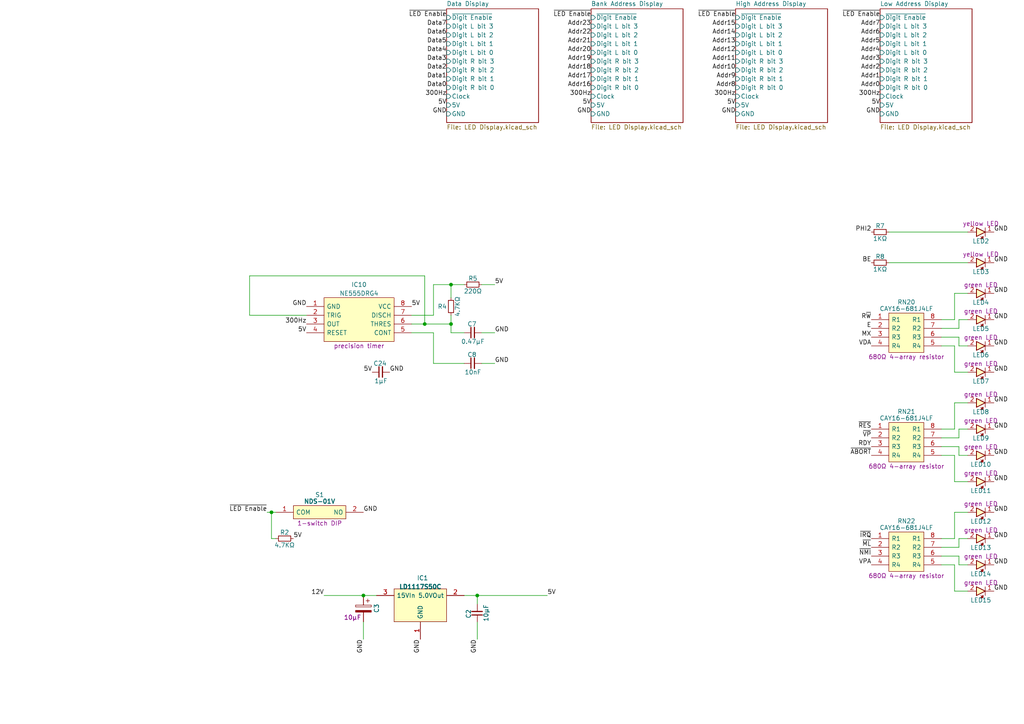
<source format=kicad_sch>
(kicad_sch (version 20230121) (generator eeschema)
  (paper "A4")
  (lib_symbols
    (symbol "Apem:NDS-01V" (pin_names (offset 0.762))
      (property "Reference" "S" (at 12.7 5.08 0))
      (property "Value" "NDS-01V" (at 12.7 3.175 0))
      (property "Description" "1-switch DIP" (at 12.7 -3.175 0))
      (symbol "NDS-01V_0_0"
        (pin passive line (at 0 0 0) (length 5.08) (name "COM") (number "1"))
        (pin passive line (at 25.4 0 180) (length 5.08) (name "NO") (number "2"))
      )
      (symbol "NDS-01V_0_1"
        (polyline (pts (xy 5.08 1.905) (xy 20.32 1.905) (xy 20.32 -1.905) (xy 5.08 -1.905) (xy 5.08 1.905)) (stroke (width 0.1524)) (fill (type background)))
      )
    )
    (symbol "Bourns:CAY16-681J4LF" (pin_names (offset 0.762))
      (property "Reference" "RN" (at 10.16 5.08 0))
      (property "Value" "CAY16-681J4LF" (at 10.16 3.175 0))
      (property "Description" "680Ω 4-array resistor" (at 10.16 -10.795 0))
      (symbol "CAY16-681J4LF_0_0"
        (pin passive line (at 0 0 0) (length 5.08) (name "R1") (number "1"))
        (pin passive line (at 0 -2.54 0) (length 5.08) (name "R2") (number "2"))
        (pin passive line (at 0 -5.08 0) (length 5.08) (name "R3") (number "3"))
        (pin passive line (at 0 -7.62 0) (length 5.08) (name "R4") (number "4"))
        (pin passive line (at 20.32 -7.62 180) (length 5.08) (name "R4") (number "5"))
        (pin passive line (at 20.32 -5.08 180) (length 5.08) (name "R3") (number "6"))
        (pin passive line (at 20.32 -2.54 180) (length 5.08) (name "R2") (number "7"))
        (pin passive line (at 20.32 0 180) (length 5.08) (name "R1") (number "8"))
      )
      (symbol "CAY16-681J4LF_0_1"
        (polyline (pts (xy 5.08 1.905) (xy 15.24 1.905) (xy 15.24 -9.525) (xy 5.08 -9.525) (xy 5.08 1.905)) (stroke (width 0.1524)) (fill (type background)))
      )
    )
    (symbol "C_0805_1" (pin_numbers hide) (pin_names (offset 0.254) hide)
      (property "Reference" "C" (at 2.286 2.54 0))
      (property "Value" "?μF" (at 2.54 -2.54 0))
      (symbol "C_0805_1_0_1"
        (polyline (pts (xy 1.9685 -1.4605) (xy 1.9685 1.5875)) (stroke (width 0.3048)))
        (polyline (pts (xy 2.9845 -1.4605) (xy 2.9845 1.5875)) (stroke (width 0.3302)))
      )
      (symbol "C_0805_1_1_1"
        (pin passive line (at 0 0 0) (length 2.032) (name "~") (number "1"))
        (pin passive line (at 5.08 0 180) (length 2.032) (name "~") (number "2"))
      )
    )
    (symbol "C_0805_2" (pin_numbers hide) (pin_names (offset 0.254) hide)
      (property "Reference" "C" (at 2.286 2.54 0))
      (property "Value" "?μF" (at 2.54 -2.54 0))
      (symbol "C_0805_2_0_1"
        (polyline (pts (xy 1.9685 -1.4605) (xy 1.9685 1.5875)) (stroke (width 0.3048)))
        (polyline (pts (xy 2.9845 -1.4605) (xy 2.9845 1.5875)) (stroke (width 0.3302)))
      )
      (symbol "C_0805_2_1_1"
        (pin passive line (at 0 0 0) (length 2.032) (name "~") (number "1"))
        (pin passive line (at 5.08 0 180) (length 2.032) (name "~") (number "2"))
      )
    )
    (symbol "C_0805_3" (pin_numbers hide) (pin_names (offset 0.254) hide)
      (property "Reference" "C" (at 2.286 2.54 0))
      (property "Value" "?μF" (at 2.54 -2.54 0))
      (symbol "C_0805_3_0_1"
        (polyline (pts (xy 1.9685 -1.4605) (xy 1.9685 1.5875)) (stroke (width 0.3048)))
        (polyline (pts (xy 2.9845 -1.4605) (xy 2.9845 1.5875)) (stroke (width 0.3302)))
      )
      (symbol "C_0805_3_1_1"
        (pin passive line (at 0 0 0) (length 2.032) (name "~") (number "1"))
        (pin passive line (at 5.08 0 180) (length 2.032) (name "~") (number "2"))
      )
    )
    (symbol "C_0805_4" (pin_numbers hide) (pin_names (offset 0.254) hide)
      (property "Reference" "C" (at 2.286 2.54 0))
      (property "Value" "?μF" (at 2.54 -2.54 0))
      (symbol "C_0805_4_0_1"
        (polyline (pts (xy 1.9685 -1.4605) (xy 1.9685 1.5875)) (stroke (width 0.3048)))
        (polyline (pts (xy 2.9845 -1.4605) (xy 2.9845 1.5875)) (stroke (width 0.3302)))
      )
      (symbol "C_0805_4_1_1"
        (pin passive line (at 0 0 0) (length 2.032) (name "~") (number "1"))
        (pin passive line (at 5.08 0 180) (length 2.032) (name "~") (number "2"))
      )
    )
    (symbol "Connector:Conn_01x01_Pin" (pin_names (offset 1.016) hide)
      (property "Reference" "J" (at 0 2.54 0))
      (property "Value" "Conn_01x01_Pin" (at 0 -2.54 0))
      (symbol "Conn_01x01_Pin_1_1"
        (polyline (pts (xy 1.27 0) (xy 0.8636 0)) (stroke (width 0.1524)))
        (rectangle (start 0.8636 0.127) (end 0 -0.127) (stroke (width 0.1524)) (fill (type outline)))
        (pin passive line (at 5.08 0 180) (length 3.81) (name "Pin_1") (number "1"))
      )
    )
    (symbol "Connector:Conn_01x08_Pin" (pin_names (offset 1.016) hide)
      (property "Reference" "J" (at 0 10.16 0))
      (property "Value" "Conn_01x08_Pin" (at 0 -12.7 0))
      (symbol "Conn_01x08_Pin_1_1"
        (polyline (pts (xy 1.27 -10.16) (xy 0.8636 -10.16)) (stroke (width 0.1524)))
        (polyline (pts (xy 1.27 -7.62) (xy 0.8636 -7.62)) (stroke (width 0.1524)))
        (polyline (pts (xy 1.27 -5.08) (xy 0.8636 -5.08)) (stroke (width 0.1524)))
        (polyline (pts (xy 1.27 -2.54) (xy 0.8636 -2.54)) (stroke (width 0.1524)))
        (polyline (pts (xy 1.27 0) (xy 0.8636 0)) (stroke (width 0.1524)))
        (polyline (pts (xy 1.27 2.54) (xy 0.8636 2.54)) (stroke (width 0.1524)))
        (polyline (pts (xy 1.27 5.08) (xy 0.8636 5.08)) (stroke (width 0.1524)))
        (polyline (pts (xy 1.27 7.62) (xy 0.8636 7.62)) (stroke (width 0.1524)))
        (rectangle (start 0.8636 -10.033) (end 0 -10.287) (stroke (width 0.1524)) (fill (type outline)))
        (rectangle (start 0.8636 -7.493) (end 0 -7.747) (stroke (width 0.1524)) (fill (type outline)))
        (rectangle (start 0.8636 -4.953) (end 0 -5.207) (stroke (width 0.1524)) (fill (type outline)))
        (rectangle (start 0.8636 -2.413) (end 0 -2.667) (stroke (width 0.1524)) (fill (type outline)))
        (rectangle (start 0.8636 0.127) (end 0 -0.127) (stroke (width 0.1524)) (fill (type outline)))
        (rectangle (start 0.8636 2.667) (end 0 2.413) (stroke (width 0.1524)) (fill (type outline)))
        (rectangle (start 0.8636 5.207) (end 0 4.953) (stroke (width 0.1524)) (fill (type outline)))
        (rectangle (start 0.8636 7.747) (end 0 7.493) (stroke (width 0.1524)) (fill (type outline)))
        (pin passive line (at 5.08 7.62 180) (length 3.81) (name "Pin_1") (number "1"))
        (pin passive line (at 5.08 5.08 180) (length 3.81) (name "Pin_2") (number "2"))
        (pin passive line (at 5.08 2.54 180) (length 3.81) (name "Pin_3") (number "3"))
        (pin passive line (at 5.08 0 180) (length 3.81) (name "Pin_4") (number "4"))
        (pin passive line (at 5.08 -2.54 180) (length 3.81) (name "Pin_5") (number "5"))
        (pin passive line (at 5.08 -5.08 180) (length 3.81) (name "Pin_6") (number "6"))
        (pin passive line (at 5.08 -7.62 180) (length 3.81) (name "Pin_7") (number "7"))
        (pin passive line (at 5.08 -10.16 180) (length 3.81) (name "Pin_8") (number "8"))
      )
    )
    (symbol "Connector:Conn_01x14_Pin" (pin_names (offset 1.016) hide)
      (property "Reference" "J" (at 0 17.78 0))
      (property "Value" "Conn_01x14_Pin" (at 0 -20.32 0))
      (symbol "Conn_01x14_Pin_1_1"
        (polyline (pts (xy 1.27 -17.78) (xy 0.8636 -17.78)) (stroke (width 0.1524)))
        (polyline (pts (xy 1.27 -15.24) (xy 0.8636 -15.24)) (stroke (width 0.1524)))
        (polyline (pts (xy 1.27 -12.7) (xy 0.8636 -12.7)) (stroke (width 0.1524)))
        (polyline (pts (xy 1.27 -10.16) (xy 0.8636 -10.16)) (stroke (width 0.1524)))
        (polyline (pts (xy 1.27 -7.62) (xy 0.8636 -7.62)) (stroke (width 0.1524)))
        (polyline (pts (xy 1.27 -5.08) (xy 0.8636 -5.08)) (stroke (width 0.1524)))
        (polyline (pts (xy 1.27 -2.54) (xy 0.8636 -2.54)) (stroke (width 0.1524)))
        (polyline (pts (xy 1.27 0) (xy 0.8636 0)) (stroke (width 0.1524)))
        (polyline (pts (xy 1.27 2.54) (xy 0.8636 2.54)) (stroke (width 0.1524)))
        (polyline (pts (xy 1.27 5.08) (xy 0.8636 5.08)) (stroke (width 0.1524)))
        (polyline (pts (xy 1.27 7.62) (xy 0.8636 7.62)) (stroke (width 0.1524)))
        (polyline (pts (xy 1.27 10.16) (xy 0.8636 10.16)) (stroke (width 0.1524)))
        (polyline (pts (xy 1.27 12.7) (xy 0.8636 12.7)) (stroke (width 0.1524)))
        (polyline (pts (xy 1.27 15.24) (xy 0.8636 15.24)) (stroke (width 0.1524)))
        (rectangle (start 0.8636 -17.653) (end 0 -17.907) (stroke (width 0.1524)) (fill (type outline)))
        (rectangle (start 0.8636 -15.113) (end 0 -15.367) (stroke (width 0.1524)) (fill (type outline)))
        (rectangle (start 0.8636 -12.573) (end 0 -12.827) (stroke (width 0.1524)) (fill (type outline)))
        (rectangle (start 0.8636 -10.033) (end 0 -10.287) (stroke (width 0.1524)) (fill (type outline)))
        (rectangle (start 0.8636 -7.493) (end 0 -7.747) (stroke (width 0.1524)) (fill (type outline)))
        (rectangle (start 0.8636 -4.953) (end 0 -5.207) (stroke (width 0.1524)) (fill (type outline)))
        (rectangle (start 0.8636 -2.413) (end 0 -2.667) (stroke (width 0.1524)) (fill (type outline)))
        (rectangle (start 0.8636 0.127) (end 0 -0.127) (stroke (width 0.1524)) (fill (type outline)))
        (rectangle (start 0.8636 2.667) (end 0 2.413) (stroke (width 0.1524)) (fill (type outline)))
        (rectangle (start 0.8636 5.207) (end 0 4.953) (stroke (width 0.1524)) (fill (type outline)))
        (rectangle (start 0.8636 7.747) (end 0 7.493) (stroke (width 0.1524)) (fill (type outline)))
        (rectangle (start 0.8636 10.287) (end 0 10.033) (stroke (width 0.1524)) (fill (type outline)))
        (rectangle (start 0.8636 12.827) (end 0 12.573) (stroke (width 0.1524)) (fill (type outline)))
        (rectangle (start 0.8636 15.367) (end 0 15.113) (stroke (width 0.1524)) (fill (type outline)))
        (pin passive line (at 5.08 15.24 180) (length 3.81) (name "Pin_1") (number "1"))
        (pin passive line (at 5.08 -7.62 180) (length 3.81) (name "Pin_10") (number "10"))
        (pin passive line (at 5.08 -10.16 180) (length 3.81) (name "Pin_11") (number "11"))
        (pin passive line (at 5.08 -12.7 180) (length 3.81) (name "Pin_12") (number "12"))
        (pin passive line (at 5.08 -15.24 180) (length 3.81) (name "Pin_13") (number "13"))
        (pin passive line (at 5.08 -17.78 180) (length 3.81) (name "Pin_14") (number "14"))
        (pin passive line (at 5.08 12.7 180) (length 3.81) (name "Pin_2") (number "2"))
        (pin passive line (at 5.08 10.16 180) (length 3.81) (name "Pin_3") (number "3"))
        (pin passive line (at 5.08 7.62 180) (length 3.81) (name "Pin_4") (number "4"))
        (pin passive line (at 5.08 5.08 180) (length 3.81) (name "Pin_5") (number "5"))
        (pin passive line (at 5.08 2.54 180) (length 3.81) (name "Pin_6") (number "6"))
        (pin passive line (at 5.08 0 180) (length 3.81) (name "Pin_7") (number "7"))
        (pin passive line (at 5.08 -2.54 180) (length 3.81) (name "Pin_8") (number "8"))
        (pin passive line (at 5.08 -5.08 180) (length 3.81) (name "Pin_9") (number "9"))
      )
    )
    (symbol "Connector:Conn_01x24_Pin" (pin_names (offset 1.016) hide)
      (property "Reference" "J" (at 0 30.48 0))
      (property "Value" "Conn_01x24_Pin" (at 0 -33.02 0))
      (symbol "Conn_01x24_Pin_1_1"
        (polyline (pts (xy 1.27 -30.48) (xy 0.8636 -30.48)) (stroke (width 0.1524)))
        (polyline (pts (xy 1.27 -27.94) (xy 0.8636 -27.94)) (stroke (width 0.1524)))
        (polyline (pts (xy 1.27 -25.4) (xy 0.8636 -25.4)) (stroke (width 0.1524)))
        (polyline (pts (xy 1.27 -22.86) (xy 0.8636 -22.86)) (stroke (width 0.1524)))
        (polyline (pts (xy 1.27 -20.32) (xy 0.8636 -20.32)) (stroke (width 0.1524)))
        (polyline (pts (xy 1.27 -17.78) (xy 0.8636 -17.78)) (stroke (width 0.1524)))
        (polyline (pts (xy 1.27 -15.24) (xy 0.8636 -15.24)) (stroke (width 0.1524)))
        (polyline (pts (xy 1.27 -12.7) (xy 0.8636 -12.7)) (stroke (width 0.1524)))
        (polyline (pts (xy 1.27 -10.16) (xy 0.8636 -10.16)) (stroke (width 0.1524)))
        (polyline (pts (xy 1.27 -7.62) (xy 0.8636 -7.62)) (stroke (width 0.1524)))
        (polyline (pts (xy 1.27 -5.08) (xy 0.8636 -5.08)) (stroke (width 0.1524)))
        (polyline (pts (xy 1.27 -2.54) (xy 0.8636 -2.54)) (stroke (width 0.1524)))
        (polyline (pts (xy 1.27 0) (xy 0.8636 0)) (stroke (width 0.1524)))
        (polyline (pts (xy 1.27 2.54) (xy 0.8636 2.54)) (stroke (width 0.1524)))
        (polyline (pts (xy 1.27 5.08) (xy 0.8636 5.08)) (stroke (width 0.1524)))
        (polyline (pts (xy 1.27 7.62) (xy 0.8636 7.62)) (stroke (width 0.1524)))
        (polyline (pts (xy 1.27 10.16) (xy 0.8636 10.16)) (stroke (width 0.1524)))
        (polyline (pts (xy 1.27 12.7) (xy 0.8636 12.7)) (stroke (width 0.1524)))
        (polyline (pts (xy 1.27 15.24) (xy 0.8636 15.24)) (stroke (width 0.1524)))
        (polyline (pts (xy 1.27 17.78) (xy 0.8636 17.78)) (stroke (width 0.1524)))
        (polyline (pts (xy 1.27 20.32) (xy 0.8636 20.32)) (stroke (width 0.1524)))
        (polyline (pts (xy 1.27 22.86) (xy 0.8636 22.86)) (stroke (width 0.1524)))
        (polyline (pts (xy 1.27 25.4) (xy 0.8636 25.4)) (stroke (width 0.1524)))
        (polyline (pts (xy 1.27 27.94) (xy 0.8636 27.94)) (stroke (width 0.1524)))
        (rectangle (start 0.8636 -30.353) (end 0 -30.607) (stroke (width 0.1524)) (fill (type outline)))
        (rectangle (start 0.8636 -27.813) (end 0 -28.067) (stroke (width 0.1524)) (fill (type outline)))
        (rectangle (start 0.8636 -25.273) (end 0 -25.527) (stroke (width 0.1524)) (fill (type outline)))
        (rectangle (start 0.8636 -22.733) (end 0 -22.987) (stroke (width 0.1524)) (fill (type outline)))
        (rectangle (start 0.8636 -20.193) (end 0 -20.447) (stroke (width 0.1524)) (fill (type outline)))
        (rectangle (start 0.8636 -17.653) (end 0 -17.907) (stroke (width 0.1524)) (fill (type outline)))
        (rectangle (start 0.8636 -15.113) (end 0 -15.367) (stroke (width 0.1524)) (fill (type outline)))
        (rectangle (start 0.8636 -12.573) (end 0 -12.827) (stroke (width 0.1524)) (fill (type outline)))
        (rectangle (start 0.8636 -10.033) (end 0 -10.287) (stroke (width 0.1524)) (fill (type outline)))
        (rectangle (start 0.8636 -7.493) (end 0 -7.747) (stroke (width 0.1524)) (fill (type outline)))
        (rectangle (start 0.8636 -4.953) (end 0 -5.207) (stroke (width 0.1524)) (fill (type outline)))
        (rectangle (start 0.8636 -2.413) (end 0 -2.667) (stroke (width 0.1524)) (fill (type outline)))
        (rectangle (start 0.8636 0.127) (end 0 -0.127) (stroke (width 0.1524)) (fill (type outline)))
        (rectangle (start 0.8636 2.667) (end 0 2.413) (stroke (width 0.1524)) (fill (type outline)))
        (rectangle (start 0.8636 5.207) (end 0 4.953) (stroke (width 0.1524)) (fill (type outline)))
        (rectangle (start 0.8636 7.747) (end 0 7.493) (stroke (width 0.1524)) (fill (type outline)))
        (rectangle (start 0.8636 10.287) (end 0 10.033) (stroke (width 0.1524)) (fill (type outline)))
        (rectangle (start 0.8636 12.827) (end 0 12.573) (stroke (width 0.1524)) (fill (type outline)))
        (rectangle (start 0.8636 15.367) (end 0 15.113) (stroke (width 0.1524)) (fill (type outline)))
        (rectangle (start 0.8636 17.907) (end 0 17.653) (stroke (width 0.1524)) (fill (type outline)))
        (rectangle (start 0.8636 20.447) (end 0 20.193) (stroke (width 0.1524)) (fill (type outline)))
        (rectangle (start 0.8636 22.987) (end 0 22.733) (stroke (width 0.1524)) (fill (type outline)))
        (rectangle (start 0.8636 25.527) (end 0 25.273) (stroke (width 0.1524)) (fill (type outline)))
        (rectangle (start 0.8636 28.067) (end 0 27.813) (stroke (width 0.1524)) (fill (type outline)))
        (pin passive line (at 5.08 27.94 180) (length 3.81) (name "Pin_1") (number "1"))
        (pin passive line (at 5.08 5.08 180) (length 3.81) (name "Pin_10") (number "10"))
        (pin passive line (at 5.08 2.54 180) (length 3.81) (name "Pin_11") (number "11"))
        (pin passive line (at 5.08 0 180) (length 3.81) (name "Pin_12") (number "12"))
        (pin passive line (at 5.08 -2.54 180) (length 3.81) (name "Pin_13") (number "13"))
        (pin passive line (at 5.08 -5.08 180) (length 3.81) (name "Pin_14") (number "14"))
        (pin passive line (at 5.08 -7.62 180) (length 3.81) (name "Pin_15") (number "15"))
        (pin passive line (at 5.08 -10.16 180) (length 3.81) (name "Pin_16") (number "16"))
        (pin passive line (at 5.08 -12.7 180) (length 3.81) (name "Pin_17") (number "17"))
        (pin passive line (at 5.08 -15.24 180) (length 3.81) (name "Pin_18") (number "18"))
        (pin passive line (at 5.08 -17.78 180) (length 3.81) (name "Pin_19") (number "19"))
        (pin passive line (at 5.08 25.4 180) (length 3.81) (name "Pin_2") (number "2"))
        (pin passive line (at 5.08 -20.32 180) (length 3.81) (name "Pin_20") (number "20"))
        (pin passive line (at 5.08 -22.86 180) (length 3.81) (name "Pin_21") (number "21"))
        (pin passive line (at 5.08 -25.4 180) (length 3.81) (name "Pin_22") (number "22"))
        (pin passive line (at 5.08 -27.94 180) (length 3.81) (name "Pin_23") (number "23"))
        (pin passive line (at 5.08 -30.48 180) (length 3.81) (name "Pin_24") (number "24"))
        (pin passive line (at 5.08 22.86 180) (length 3.81) (name "Pin_3") (number "3"))
        (pin passive line (at 5.08 20.32 180) (length 3.81) (name "Pin_4") (number "4"))
        (pin passive line (at 5.08 17.78 180) (length 3.81) (name "Pin_5") (number "5"))
        (pin passive line (at 5.08 15.24 180) (length 3.81) (name "Pin_6") (number "6"))
        (pin passive line (at 5.08 12.7 180) (length 3.81) (name "Pin_7") (number "7"))
        (pin passive line (at 5.08 10.16 180) (length 3.81) (name "Pin_8") (number "8"))
        (pin passive line (at 5.08 7.62 180) (length 3.81) (name "Pin_9") (number "9"))
      )
    )
    (symbol "HCP65:C_Polarized" (pin_numbers hide) (pin_names (offset 0.254))
      (property "Reference" "C" (at 0.635 2.54 0))
      (property "Description" "?μF" (at 0.635 -2.54 0))
      (symbol "C_Polarized_0_1"
        (rectangle (start -2.286 0.508) (end 2.286 1.016))
        (polyline (pts (xy -1.778 2.286) (xy -0.762 2.286)))
        (polyline (pts (xy -1.27 2.794) (xy -1.27 1.778)))
        (rectangle (start 2.286 -0.508) (end -2.286 -1.016) (fill (type outline)))
      )
      (symbol "C_Polarized_1_1"
        (pin passive line (at 0 3.81 270) (length 2.794) (name "~") (number "1"))
        (pin passive line (at 0 -3.81 90) (length 2.794) (name "~") (number "2"))
      )
    )
    (symbol "HCP65:R_0805" (pin_numbers hide) (pin_names hide)
      (property "Reference" "R" (at 2.54 1.778 0))
      (property "Value" "?Ω" (at 2.54 -1.905 0))
      (symbol "R_0805_0_1"
        (rectangle (start 0.762 0.762) (end 4.318 -0.762) (stroke (width 0.2032)))
      )
      (symbol "R_0805_1_1"
        (pin passive line (at 0 0 0) (length 0.72) (name "~") (number "1"))
        (pin passive line (at 5.08 0 180) (length 0.72) (name "~") (number "2"))
      )
    )
    (symbol "R_0805_2" (pin_numbers hide) (pin_names hide)
      (property "Reference" "R" (at 2.54 1.778 0))
      (property "Value" "?Ω" (at 2.54 -1.905 0))
      (symbol "R_0805_2_0_1"
        (rectangle (start 0.762 0.762) (end 4.318 -0.762) (stroke (width 0.2032)))
      )
      (symbol "R_0805_2_1_1"
        (pin passive line (at 0 0 0) (length 0.72) (name "~") (number "1"))
        (pin passive line (at 5.08 0 180) (length 0.72) (name "~") (number "2"))
      )
    )
    (symbol "R_0805_3" (pin_numbers hide) (pin_names hide)
      (property "Reference" "R" (at 2.54 1.778 0))
      (property "Value" "?Ω" (at 2.54 -1.905 0))
      (symbol "R_0805_3_0_1"
        (rectangle (start 0.762 0.762) (end 4.318 -0.762) (stroke (width 0.2032)))
      )
      (symbol "R_0805_3_1_1"
        (pin passive line (at 0 0 0) (length 0.72) (name "~") (number "1"))
        (pin passive line (at 5.08 0 180) (length 0.72) (name "~") (number "2"))
      )
    )
    (symbol "R_0805_4" (pin_numbers hide) (pin_names hide)
      (property "Reference" "R" (at 2.54 1.778 0))
      (property "Value" "?Ω" (at 2.54 -1.905 0))
      (symbol "R_0805_4_0_1"
        (rectangle (start 0.762 0.762) (end 4.318 -0.762) (stroke (width 0.2032)))
      )
      (symbol "R_0805_4_1_1"
        (pin passive line (at 0 0 0) (length 0.72) (name "~") (number "1"))
        (pin passive line (at 5.08 0 180) (length 0.72) (name "~") (number "2"))
      )
    )
    (symbol "ST_Microelectronics:LD1117S50C" (pin_names (offset 0.762))
      (property "Reference" "IC" (at 7.62 4.445 0))
      (property "Value" "LD1117S50C" (at 7.62 2.54 0))
      (symbol "LD1117S50C_0_0"
        (pin passive line (at 7.62 -12.7 90) (length 5.08) (name "GND") (number "1"))
      )
      (symbol "LD1117S50C_0_1"
        (polyline (pts (xy 0 1.905) (xy 15.24 1.905) (xy 15.24 -7.62) (xy 0 -7.62) (xy 0 1.905)) (stroke (width 0.1524)) (fill (type background)))
      )
      (symbol "LD1117S50C_1_0"
        (pin passive line (at 20.32 0 180) (length 5.08) (name "5.0VOut") (number "2"))
        (pin passive line (at -5.08 0 0) (length 5.08) (name "15VIn") (number "3"))
        (pin no_connect line (at 10.16 -12.7 90) (length 5.08) hide (name "N.C") (number "4"))
      )
    )
    (symbol "Texas_Instruments:NE555DRG4" (pin_names (offset 0.762))
      (property "Reference" "IC" (at 15.24 6.35 0))
      (property "Value" "NE555DRG4" (at 15.24 3.81 0))
      (property "Description" "precision timer" (at 15.24 -11.43 0))
      (symbol "NE555DRG4_0_0"
        (pin passive line (at 0 0 0) (length 5.08) (name "GND") (number "1"))
        (pin passive line (at 0 -2.54 0) (length 5.08) (name "TRIG") (number "2"))
        (pin passive line (at 0 -5.08 0) (length 5.08) (name "OUT") (number "3"))
        (pin passive line (at 0 -7.62 0) (length 5.08) (name "RESET") (number "4"))
        (pin passive line (at 30.48 -7.62 180) (length 5.08) (name "CONT") (number "5"))
        (pin passive line (at 30.48 -5.08 180) (length 5.08) (name "THRES") (number "6"))
        (pin passive line (at 30.48 -2.54 180) (length 5.08) (name "DISCH") (number "7"))
        (pin passive line (at 30.48 0 180) (length 5.08) (name "VCC") (number "8"))
      )
      (symbol "NE555DRG4_0_1"
        (polyline (pts (xy 5.08 2.54) (xy 25.4 2.54) (xy 25.4 -10.16) (xy 5.08 -10.16) (xy 5.08 2.54)) (stroke (width 0.1524)) (fill (type background)))
      )
    )
    (symbol "Wurth_Elektronik:150224VS73100A" (pin_names (offset 0.762))
      (property "Reference" "LED" (at 0 1.905 0))
      (property "Description" "green LED" (at 0 -3.175 0))
      (symbol "150224VS73100A_0_0"
        (pin passive line (at -3.81 0 0) (length 2.54) (name "") (number "1"))
        (pin passive line (at 3.81 0 180) (length 2.54) (name "~") (number "2"))
      )
      (symbol "150224VS73100A_0_1"
        (polyline (pts (xy -1.27 1.27) (xy -1.27 -1.27)) (stroke (width 0.1524)))
        (polyline (pts (xy 0 1.27) (xy -0.635 1.905)) (stroke (width 0.1524)))
        (polyline (pts (xy -1.27 0) (xy 1.27 1.27) (xy 1.27 -1.27) (xy -1.27 0)) (stroke (width 0.254)) (fill (type background)))
        (polyline (pts (xy 0 1.905) (xy -0.635 1.27) (xy -0.635 1.905) (xy 0 1.905)) (stroke (width 0.254)) (fill (type outline)))
      )
    )
    (symbol "Wurth_Elektronik:150224YS73100A" (pin_names (offset 0.762))
      (property "Reference" "LED" (at 0 1.905 0))
      (property "Description" "yellow LED" (at 0 -3.175 0))
      (symbol "150224YS73100A_0_0"
        (pin passive line (at -3.81 0 0) (length 2.54) (name "~") (number "1"))
        (pin passive line (at 3.81 0 180) (length 2.54) (name "~") (number "2"))
      )
      (symbol "150224YS73100A_0_1"
        (polyline (pts (xy -1.27 1.27) (xy -1.27 -1.27)) (stroke (width 0.1524)))
        (polyline (pts (xy 0 1.27) (xy -0.635 1.905)) (stroke (width 0.1524)))
        (polyline (pts (xy -1.27 0) (xy 1.27 1.27) (xy 1.27 -1.27) (xy -1.27 0)) (stroke (width 0.254)) (fill (type background)))
        (polyline (pts (xy 0 1.905) (xy -0.635 1.27) (xy -0.635 1.905) (xy 0 1.905)) (stroke (width 0.254)) (fill (type outline)))
      )
    )
  )
  (junction (at 130.81 82.55))
  (junction (at 105.41 172.72))
  (junction (at 78.74 148.59))
  (junction (at 138.43 172.72))
  (junction (at 123.19 93.98))
  (junction (at 130.81 93.98))
  (wire (pts (xy 123.19 93.98) (xy 119.38 93.98)))
  (wire (pts (xy 276.86 148.59) (xy 276.86 156.21)))
  (wire (pts (xy 72.39 91.44) (xy 72.39 80.01)))
  (wire (pts (xy 276.86 92.71) (xy 273.05 92.71)))
  (wire (pts (xy 278.13 97.79) (xy 278.13 100.33)))
  (wire (pts (xy 257.81 76.2) (xy 280.67 76.2)))
  (wire (pts (xy 276.86 163.83) (xy 273.05 163.83)))
  (wire (pts (xy 278.13 156.21) (xy 278.13 158.75)))
  (wire (pts (xy 276.86 156.21) (xy 273.05 156.21)))
  (wire (pts (xy 280.67 107.95) (xy 276.86 107.95)))
  (wire (pts (xy 276.86 100.33) (xy 273.05 100.33)))
  (wire (pts (xy 278.13 129.54) (xy 278.13 132.08)))
  (wire (pts (xy 134.62 172.72) (xy 138.43 172.72)))
  (wire (pts (xy 123.19 93.98) (xy 130.81 93.98)))
  (wire (pts (xy 276.86 171.45) (xy 276.86 163.83)))
  (wire (pts (xy 273.05 161.29) (xy 278.13 161.29)))
  (wire (pts (xy 278.13 100.33) (xy 280.67 100.33)))
  (wire (pts (xy 88.9 91.44) (xy 72.39 91.44)))
  (wire (pts (xy 276.86 139.7) (xy 276.86 132.08)))
  (wire (pts (xy 143.51 96.52) (xy 139.7 96.52)))
  (wire (pts (xy 138.43 172.72) (xy 158.75 172.72)))
  (wire (pts (xy 130.81 82.55) (xy 130.81 86.36)))
  (wire (pts (xy 280.67 171.45) (xy 276.86 171.45)))
  (wire (pts (xy 273.05 129.54) (xy 278.13 129.54)))
  (wire (pts (xy 278.13 163.83) (xy 280.67 163.83)))
  (wire (pts (xy 123.19 80.01) (xy 123.19 93.98)))
  (wire (pts (xy 280.67 156.21) (xy 278.13 156.21)))
  (wire (pts (xy 276.86 107.95) (xy 276.86 100.33)))
  (wire (pts (xy 280.67 85.09) (xy 276.86 85.09)))
  (wire (pts (xy 125.73 91.44) (xy 119.38 91.44)))
  (wire (pts (xy 138.43 180.34) (xy 138.43 185.42)))
  (wire (pts (xy 276.86 85.09) (xy 276.86 92.71)))
  (wire (pts (xy 273.05 97.79) (xy 278.13 97.79)))
  (wire (pts (xy 130.81 93.98) (xy 130.81 91.44)))
  (wire (pts (xy 276.86 124.46) (xy 273.05 124.46)))
  (wire (pts (xy 134.62 96.52) (xy 130.81 96.52)))
  (wire (pts (xy 276.86 132.08) (xy 273.05 132.08)))
  (wire (pts (xy 280.67 92.71) (xy 278.13 92.71)))
  (wire (pts (xy 78.74 148.59) (xy 80.01 148.59)))
  (wire (pts (xy 280.67 116.84) (xy 276.86 116.84)))
  (wire (pts (xy 72.39 80.01) (xy 123.19 80.01)))
  (wire (pts (xy 143.51 82.55) (xy 139.7 82.55)))
  (wire (pts (xy 80.01 156.21) (xy 78.74 156.21)))
  (wire (pts (xy 130.81 93.98) (xy 130.81 96.52)))
  (wire (pts (xy 257.81 67.31) (xy 280.67 67.31)))
  (wire (pts (xy 278.13 161.29) (xy 278.13 163.83)))
  (wire (pts (xy 130.81 82.55) (xy 134.62 82.55)))
  (wire (pts (xy 278.13 95.25) (xy 273.05 95.25)))
  (wire (pts (xy 125.73 96.52) (xy 125.73 105.41)))
  (wire (pts (xy 278.13 127) (xy 273.05 127)))
  (wire (pts (xy 125.73 82.55) (xy 125.73 91.44)))
  (wire (pts (xy 119.38 96.52) (xy 125.73 96.52)))
  (wire (pts (xy 125.73 82.55) (xy 130.81 82.55)))
  (wire (pts (xy 278.13 132.08) (xy 280.67 132.08)))
  (wire (pts (xy 105.41 172.72) (xy 109.22 172.72)))
  (wire (pts (xy 280.67 139.7) (xy 276.86 139.7)))
  (wire (pts (xy 105.41 185.42) (xy 105.41 180.34)))
  (wire (pts (xy 276.86 116.84) (xy 276.86 124.46)))
  (wire (pts (xy 125.73 105.41) (xy 134.62 105.41)))
  (wire (pts (xy 138.43 172.72) (xy 138.43 175.26)))
  (wire (pts (xy 280.67 124.46) (xy 278.13 124.46)))
  (wire (pts (xy 93.98 172.72) (xy 105.41 172.72)))
  (wire (pts (xy 78.74 156.21) (xy 78.74 148.59)))
  (wire (pts (xy 278.13 92.71) (xy 278.13 95.25)))
  (wire (pts (xy 143.51 105.41) (xy 139.7 105.41)))
  (wire (pts (xy 278.13 158.75) (xy 273.05 158.75)))
  (wire (pts (xy 280.67 148.59) (xy 276.86 148.59)))
  (wire (pts (xy 77.47 148.59) (xy 78.74 148.59)))
  (wire (pts (xy 278.13 124.46) (xy 278.13 127)))
  (label "Addr14" (at 213.36 10.16 180))
  (label "300Hz" (at 129.54 27.94 180))
  (label "VPA" (at 252.73 163.83 180))
  (label "Addr5" (at 255.27 12.7 180))
  (label "Addr21" (at 171.45 12.7 180))
  (label "Addr4" (at 369.57 80.01 270))
  (label "VDA" (at 252.73 100.33 180))
  (label "Addr21" (at 326.39 80.01 270))
  (label "GND" (at 138.43 185.42 270))
  (label "12V" (at 370.84 49.53 0))
  (label "Addr3" (at 372.11 80.01 270))
  (label "VDA" (at 425.45 80.01 270))
  (label "Addr20" (at 328.93 80.01 270))
  (label "PHI2" (at 412.75 80.01 270))
  (label "GND" (at 288.29 156.21 0))
  (label "MX" (at 252.73 97.79 180))
  (label "300Hz" (at 171.45 27.94 180))
  (label "Addr6" (at 255.27 10.16 180))
  (label "~{ABORT}" (at 435.61 80.01 270))
  (label "Data3" (at 397.51 80.01 270))
  (label "GND" (at 129.54 33.02 180))
  (label "Addr15" (at 341.63 80.01 270))
  (label "GND" (at 288.29 132.08 0))
  (label "Addr17" (at 336.55 80.01 270))
  (label "GND" (at 255.27 33.02 180))
  (label "Addr7" (at 361.95 80.01 270))
  (label "Addr10" (at 213.36 20.32 180))
  (label "Addr11" (at 213.36 17.78 180))
  (label "Addr8" (at 213.36 25.4 180))
  (label "Addr9" (at 356.87 80.01 270))
  (label "Data5" (at 129.54 12.7 180))
  (label "BE" (at 252.73 76.2 180))
  (label "GND" (at 121.92 185.42 270))
  (label "~{VP}" (at 430.53 80.01 270))
  (label "Addr4" (at 255.27 15.24 180))
  (label "~{ABORT}" (at 252.73 132.08 180))
  (label "Addr15" (at 213.36 7.62 180))
  (label "~{LED Enable}" (at 77.47 148.59 180))
  (label "GND" (at 288.29 100.33 0))
  (label "Addr16" (at 171.45 25.4 180))
  (label "12V" (at 93.98 172.72 180))
  (label "Data7" (at 129.54 7.62 180))
  (label "Data5" (at 392.43 80.01 270))
  (label "GND" (at 288.29 139.7 0))
  (label "Data3" (at 129.54 17.78 180))
  (label "~{IRQ}" (at 252.73 156.21 180))
  (label "~{IRQ}" (at 438.15 80.01 270))
  (label "PHI2" (at 252.73 67.31 180))
  (label "GND" (at 88.9 88.9 180))
  (label "Addr8" (at 359.41 80.01 270))
  (label "Addr12" (at 349.25 80.01 270))
  (label "5V" (at 171.45 30.48 180))
  (label "Addr1" (at 255.27 22.86 180))
  (label "Addr2" (at 374.65 80.01 270))
  (label "E" (at 252.73 95.25 180))
  (label "Addr17" (at 171.45 22.86 180))
  (label "5V" (at 129.54 30.48 180))
  (label "Addr19" (at 171.45 17.78 180))
  (label "Addr18" (at 334.01 80.01 270))
  (label "GND" (at 213.36 33.02 180))
  (label "~{NMI}" (at 443.23 80.01 270))
  (label "5V" (at 107.95 107.95 180))
  (label "VPA" (at 445.77 80.01 270))
  (label "~{ML}" (at 252.73 158.75 180))
  (label "Addr3" (at 255.27 17.78 180))
  (label "Data2" (at 400.05 80.01 270))
  (label "5V" (at 88.9 96.52 180))
  (label "~{RES}" (at 427.99 80.01 270))
  (label "Addr6" (at 364.49 80.01 270))
  (label "300Hz" (at 255.27 27.94 180))
  (label "Data4" (at 394.97 80.01 270))
  (label "~{LED Enable}" (at 171.45 5.08 180))
  (label "GND" (at 288.29 107.95 0))
  (label "Data0" (at 405.13 80.01 270))
  (label "Addr7" (at 255.27 7.62 180))
  (label "Data6" (at 389.89 80.01 270))
  (label "5V" (at 119.38 88.9 0))
  (label "GND" (at 288.29 92.71 0))
  (label "Addr12" (at 213.36 15.24 180))
  (label "GND" (at 288.29 76.2 0))
  (label "~{VP}" (at 252.73 127 180))
  (label "BE" (at 415.29 80.01 270))
  (label "5V" (at 85.09 156.21 0))
  (label "Data0" (at 129.54 25.4 180))
  (label "Addr2" (at 255.27 20.32 180))
  (label "GND" (at 105.41 185.42 270))
  (label "~{NMI}" (at 252.73 161.29 180))
  (label "Addr23" (at 171.45 7.62 180))
  (label "Addr22" (at 323.85 80.01 270))
  (label "Data1" (at 402.59 80.01 270))
  (label "~{RES}" (at 252.73 124.46 180))
  (label "RDY" (at 433.07 80.01 270))
  (label "300Hz" (at 88.9 93.98 180))
  (label "Addr13" (at 346.71 80.01 270))
  (label "5V" (at 213.36 30.48 180))
  (label "GND" (at 113.03 107.95 0))
  (label "GND" (at 143.51 105.41 0))
  (label "Addr0" (at 379.73 80.01 270))
  (label "Addr0" (at 255.27 25.4 180))
  (label "Addr18" (at 171.45 20.32 180))
  (label "R~{W}" (at 252.73 92.71 180))
  (label "GND" (at 288.29 116.84 0))
  (label "Addr22" (at 171.45 10.16 180))
  (label "Data1" (at 129.54 22.86 180))
  (label "5V" (at 143.51 82.55 0))
  (label "5V" (at 255.27 30.48 180))
  (label "Addr9" (at 213.36 22.86 180))
  (label "5V" (at 158.75 172.72 0))
  (label "~{ML}" (at 440.69 80.01 270))
  (label "Addr13" (at 213.36 12.7 180))
  (label "~{LED Enable}" (at 213.36 5.08 180))
  (label "Addr20" (at 171.45 15.24 180))
  (label "GND" (at 288.29 171.45 0))
  (label "GND" (at 288.29 124.46 0))
  (label "Addr19" (at 331.47 80.01 270))
  (label "Addr11" (at 351.79 80.01 270))
  (label "MX" (at 422.91 80.01 270))
  (label "Addr23" (at 321.31 80.01 270))
  (label "Addr10" (at 354.33 80.01 270))
  (label "GND" (at 171.45 33.02 180))
  (label "Data6" (at 129.54 10.16 180))
  (label "Addr1" (at 377.19 80.01 270))
  (label "E" (at 420.37 80.01 270))
  (label "Data2" (at 129.54 20.32 180))
  (label "GND" (at 105.41 148.59 0))
  (label "RDY" (at 252.73 129.54 180))
  (label "~{LED Enable}" (at 255.27 5.08 180))
  (label "Data4" (at 129.54 15.24 180))
  (label "GND" (at 288.29 67.31 0))
  (label "GND" (at 288.29 85.09 0))
  (label "GND" (at 143.51 96.52 0))
  (label "Addr16" (at 339.09 80.01 270))
  (label "Data7" (at 387.35 80.01 270))
  (label "R~{W}" (at 417.83 80.01 270))
  (label "Addr14" (at 344.17 80.01 270))
  (label "300Hz" (at 213.36 27.94 180))
  (label "GND" (at 389.89 49.53 0))
  (label "GND" (at 288.29 148.59 0))
  (label "GND" (at 288.29 163.83 0))
  (label "Addr5" (at 367.03 80.01 270))
  (label "~{LED Enable}" (at 129.54 5.08 180))
  (symbol (lib_id "HCP65:C_Polarized") (at 105.41 176.53 0) (mirror y) (unit 1)
    (property "Reference" "C3" (at 109.22 177.8 90) (effects (justify left)))
    (property "Value" "C_Polarized" (effects hide))
    (property "Footprint" "Capacitor_THT:CP_Radial_D4.0mm_P2.00mm" (effects hide))
    (property "Description" "10μF" (at 104.775 179.07 0) (effects (justify left)))
  )
  (symbol (lib_id "Wurth_Elektronik:150224VS73100A") (at 284.48 139.7 180) (unit 1)
    (property "Reference" "LED11" (at 284.48 141.605 0) (effects (justify bottom)))
    (property "Value" "150224VS73100A" (effects hide))
    (property "Footprint" "150224VS73100A" (effects hide))
    (property "Datasheet" "https://www.we-online.com/katalog/datasheet/150224VS73100A.pdf" (effects hide))
    (property "Description" "green LED" (at 284.48 136.525 0) (effects (justify bottom)))
    (property "Height" "1.41" (effects hide))
    (property "Manufacturer_Name" "Wurth Elektronik" (effects hide))
    (property "Manufacturer_Part_Number" "150224VS73100A" (effects hide))
    (property "Mouser Part Number" "710-150224VS73100A" (effects hide))
    (property "Mouser Price/Stock" "https://www.mouser.co.uk/ProductDetail/Wurth-Elektronik/150224VS73100A?qs=8Aam6%252B7C6HG2%2FfdOsQ%2FdNg%3D%3D" (effects hide))
    (property "Silkscreen" "grn" (effects hide))
  )
  (symbol (lib_id "Connector:Conn_01x08_Pin") (at 397.51 74.93 270) (unit 1)
    (property "Reference" "J2" (at 407.67 74.93 0))
    (property "Value" "Conn_01x08_Pin" (at 384.81 74.93 0))
    (property "Footprint" "Connector_PinHeader_2.54mm:PinHeader_1x08_P2.54mm_Vertical" (effects hide))
  )
  (symbol (lib_name "R_0805_3") (lib_id "HCP65:R_0805") (at 134.62 82.55 0) (unit 1)
    (property "Reference" "R5" (at 137.16 80.772 0))
    (property "Value" "220Ω" (at 137.16 84.455 0))
    (property "Footprint" "SamacSys_Parts:R_0805" (effects hide))
  )
  (symbol (lib_id "Wurth_Elektronik:150224VS73100A") (at 284.48 85.09 180) (unit 1)
    (property "Reference" "LED4" (at 284.48 86.995 0) (effects (justify bottom)))
    (property "Value" "150224VS73100A" (effects hide))
    (property "Footprint" "150224VS73100A" (effects hide))
    (property "Datasheet" "https://www.we-online.com/katalog/datasheet/150224VS73100A.pdf" (effects hide))
    (property "Description" "green LED" (at 284.48 81.915 0) (effects (justify bottom)))
    (property "Height" "1.41" (effects hide))
    (property "Manufacturer_Name" "Wurth Elektronik" (effects hide))
    (property "Manufacturer_Part_Number" "150224VS73100A" (effects hide))
    (property "Mouser Part Number" "710-150224VS73100A" (effects hide))
    (property "Mouser Price/Stock" "https://www.mouser.co.uk/ProductDetail/Wurth-Elektronik/150224VS73100A?qs=8Aam6%252B7C6HG2%2FfdOsQ%2FdNg%3D%3D" (effects hide))
    (property "Silkscreen" "grn" (effects hide))
  )
  (symbol (lib_id "Wurth_Elektronik:150224VS73100A") (at 284.48 163.83 180) (unit 1)
    (property "Reference" "LED14" (at 284.48 165.735 0) (effects (justify bottom)))
    (property "Value" "150224VS73100A" (effects hide))
    (property "Footprint" "150224VS73100A" (effects hide))
    (property "Datasheet" "https://www.we-online.com/katalog/datasheet/150224VS73100A.pdf" (effects hide))
    (property "Description" "green LED" (at 284.48 160.655 0) (effects (justify bottom)))
    (property "Height" "1.41" (effects hide))
    (property "Manufacturer_Name" "Wurth Elektronik" (effects hide))
    (property "Manufacturer_Part_Number" "150224VS73100A" (effects hide))
    (property "Mouser Part Number" "710-150224VS73100A" (effects hide))
    (property "Mouser Price/Stock" "https://www.mouser.co.uk/ProductDetail/Wurth-Elektronik/150224VS73100A?qs=8Aam6%252B7C6HG2%2FfdOsQ%2FdNg%3D%3D" (effects hide))
    (property "Silkscreen" "grn" (effects hide))
  )
  (symbol (lib_id "Bourns:CAY16-681J4LF") (at 252.73 124.46 0) (unit 1)
    (property "Reference" "RN21" (at 262.89 119.38 0))
    (property "Value" "CAY16-681J4LF" (at 262.89 121.285 0))
    (property "Footprint" "SamacSys_Parts:CAY16-J4" (effects hide))
    (property "Datasheet" "https://www.bourns.com/pdfs/CATCAY.pdf" (effects hide))
    (property "Description" "680Ω 4-array resistor" (at 262.89 135.255 0))
    (property "Manufacturer_Name" "Bourns" (effects hide))
    (property "Manufacturer_Part_Number" "CAY16-681J4LF" (effects hide))
    (property "Mouser Part Number" "652-CAY16-681J4LF" (effects hide))
    (property "Mouser Price/Stock" "https://www.mouser.co.uk/ProductDetail/Bourns/CAY16-472J4LF?qs=vjljXApjgZXDWSqaYW6%252BOA%3D%3D" (effects hide))
    (property "Silkscreen" "680Ω" (effects hide))
  )
  (symbol (lib_name "C_0805_3") (lib_id "HCP65:C_0805") (at 107.95 107.95 0) (unit 1)
    (property "Reference" "C24" (at 110.236 105.41 0))
    (property "Value" "1µF" (at 110.49 110.49 0))
    (property "Footprint" "SamacSys_Parts:C_0805" (effects hide))
  )
  (symbol (lib_id "Wurth_Elektronik:150224VS73100A") (at 284.48 156.21 180) (unit 1)
    (property "Reference" "LED13" (at 284.48 158.115 0) (effects (justify bottom)))
    (property "Value" "150224VS73100A" (effects hide))
    (property "Footprint" "150224VS73100A" (effects hide))
    (property "Datasheet" "https://www.we-online.com/katalog/datasheet/150224VS73100A.pdf" (effects hide))
    (property "Description" "green LED" (at 284.48 153.035 0) (effects (justify bottom)))
    (property "Height" "1.41" (effects hide))
    (property "Manufacturer_Name" "Wurth Elektronik" (effects hide))
    (property "Manufacturer_Part_Number" "150224VS73100A" (effects hide))
    (property "Mouser Part Number" "710-150224VS73100A" (effects hide))
    (property "Mouser Price/Stock" "https://www.mouser.co.uk/ProductDetail/Wurth-Elektronik/150224VS73100A?qs=8Aam6%252B7C6HG2%2FfdOsQ%2FdNg%3D%3D" (effects hide))
    (property "Silkscreen" "grn" (effects hide))
  )
  (symbol (lib_id "Wurth_Elektronik:150224VS73100A") (at 284.48 92.71 180) (unit 1)
    (property "Reference" "LED5" (at 284.48 94.615 0) (effects (justify bottom)))
    (property "Value" "150224VS73100A" (effects hide))
    (property "Footprint" "150224VS73100A" (effects hide))
    (property "Datasheet" "https://www.we-online.com/katalog/datasheet/150224VS73100A.pdf" (effects hide))
    (property "Description" "green LED" (at 284.48 89.535 0) (effects (justify bottom)))
    (property "Height" "1.41" (effects hide))
    (property "Manufacturer_Name" "Wurth Elektronik" (effects hide))
    (property "Manufacturer_Part_Number" "150224VS73100A" (effects hide))
    (property "Mouser Part Number" "710-150224VS73100A" (effects hide))
    (property "Mouser Price/Stock" "https://www.mouser.co.uk/ProductDetail/Wurth-Elektronik/150224VS73100A?qs=8Aam6%252B7C6HG2%2FfdOsQ%2FdNg%3D%3D" (effects hide))
    (property "Silkscreen" "grn" (effects hide))
  )
  (symbol (lib_id "Connector:Conn_01x14_Pin") (at 430.53 74.93 270) (unit 1)
    (property "Reference" "J3" (at 448.31 74.93 0))
    (property "Value" "Conn_01x14_Pin" (at 410.21 74.93 0))
    (property "Footprint" "Connector_PinHeader_2.54mm:PinHeader_1x14_P2.54mm_Vertical" (effects hide))
  )
  (symbol (lib_id "Bourns:CAY16-681J4LF") (at 252.73 92.71 0) (unit 1)
    (property "Reference" "RN20" (at 262.89 87.63 0))
    (property "Value" "CAY16-681J4LF" (at 262.89 89.535 0))
    (property "Footprint" "SamacSys_Parts:CAY16-J4" (effects hide))
    (property "Datasheet" "https://www.bourns.com/pdfs/CATCAY.pdf" (effects hide))
    (property "Description" "680Ω 4-array resistor" (at 262.89 103.505 0))
    (property "Manufacturer_Name" "Bourns" (effects hide))
    (property "Manufacturer_Part_Number" "CAY16-681J4LF" (effects hide))
    (property "Mouser Part Number" "652-CAY16-681J4LF" (effects hide))
    (property "Mouser Price/Stock" "https://www.mouser.co.uk/ProductDetail/Bourns/CAY16-472J4LF?qs=vjljXApjgZXDWSqaYW6%252BOA%3D%3D" (effects hide))
    (property "Silkscreen" "680Ω" (effects hide))
  )
  (symbol (lib_name "C_0805_4") (lib_id "HCP65:C_0805") (at 138.43 180.34 90) (unit 1)
    (property "Reference" "C2" (at 135.89 178.054 0))
    (property "Value" "10µF" (at 140.97 177.8 0))
    (property "Footprint" "SamacSys_Parts:C_0805" (effects hide))
  )
  (symbol (lib_id "Wurth_Elektronik:150224VS73100A") (at 284.48 100.33 180) (unit 1)
    (property "Reference" "LED6" (at 284.48 102.235 0) (effects (justify bottom)))
    (property "Value" "150224VS73100A" (effects hide))
    (property "Footprint" "150224VS73100A" (effects hide))
    (property "Datasheet" "https://www.we-online.com/katalog/datasheet/150224VS73100A.pdf" (effects hide))
    (property "Description" "green LED" (at 284.48 97.155 0) (effects (justify bottom)))
    (property "Height" "1.41" (effects hide))
    (property "Manufacturer_Name" "Wurth Elektronik" (effects hide))
    (property "Manufacturer_Part_Number" "150224VS73100A" (effects hide))
    (property "Mouser Part Number" "710-150224VS73100A" (effects hide))
    (property "Mouser Price/Stock" "https://www.mouser.co.uk/ProductDetail/Wurth-Elektronik/150224VS73100A?qs=8Aam6%252B7C6HG2%2FfdOsQ%2FdNg%3D%3D" (effects hide))
    (property "Silkscreen" "grn" (effects hide))
  )
  (symbol (lib_id "Wurth_Elektronik:150224VS73100A") (at 284.48 171.45 180) (unit 1)
    (property "Reference" "LED15" (at 284.48 173.355 0) (effects (justify bottom)))
    (property "Value" "150224VS73100A" (effects hide))
    (property "Footprint" "150224VS73100A" (effects hide))
    (property "Datasheet" "https://www.we-online.com/katalog/datasheet/150224VS73100A.pdf" (effects hide))
    (property "Description" "green LED" (at 284.48 168.275 0) (effects (justify bottom)))
    (property "Height" "1.41" (effects hide))
    (property "Manufacturer_Name" "Wurth Elektronik" (effects hide))
    (property "Manufacturer_Part_Number" "150224VS73100A" (effects hide))
    (property "Mouser Part Number" "710-150224VS73100A" (effects hide))
    (property "Mouser Price/Stock" "https://www.mouser.co.uk/ProductDetail/Wurth-Elektronik/150224VS73100A?qs=8Aam6%252B7C6HG2%2FfdOsQ%2FdNg%3D%3D" (effects hide))
    (property "Silkscreen" "grn" (effects hide))
  )
  (symbol (lib_id "Connector:Conn_01x01_Pin") (at 365.76 49.53 0) (unit 1)
    (property "Reference" "J4" (at 365.76 46.99 0))
    (property "Value" "Conn_01x01_Pin" (at 365.76 52.07 0))
    (property "Footprint" "Connector_PinHeader_2.54mm:PinHeader_1x01_P2.54mm_Vertical" (effects hide))
  )
  (symbol (lib_id "Wurth_Elektronik:150224YS73100A") (at 284.48 76.2 180) (unit 1)
    (property "Reference" "LED3" (at 284.48 78.105 0) (effects (justify bottom)))
    (property "Value" "150224YS73100A" (effects hide))
    (property "Footprint" "150224BS73100A" (effects hide))
    (property "Datasheet" "https://www.we-online.com/catalog/datasheet/150224BS73100A.pdf" (effects hide))
    (property "Description" "yellow LED" (at 284.48 73.025 0) (effects (justify bottom)))
    (property "Height" "1.41" (effects hide))
    (property "Manufacturer_Name" "Wurth Elektronik" (effects hide))
    (property "Silkscreen" "ylw" (effects hide))
  )
  (symbol (lib_name "C_0805_1") (lib_id "HCP65:C_0805") (at 134.62 96.52 0) (unit 1)
    (property "Reference" "C7" (at 136.906 93.98 0))
    (property "Value" "0.47μF" (at 137.16 99.06 0))
    (property "Footprint" "SamacSys_Parts:C_0805" (effects hide))
  )
  (symbol (lib_id "Texas_Instruments:NE555DRG4") (at 88.9 88.9 0) (unit 1)
    (property "Reference" "IC10" (at 104.14 82.55 0))
    (property "Value" "NE555DRG4" (at 104.14 85.09 0))
    (property "Footprint" "SOIC127P600X175-8N" (effects hide))
    (property "Description" "precision timer" (at 104.14 100.33 0))
    (property "Height" "1.75" (effects hide))
    (property "Mouser Part Number" "595-NE555DRG4" (effects hide))
    (property "Mouser Price/Stock" "https://www.mouser.co.uk/ProductDetail/Texas-Instruments/NE555DRG4?qs=rLYyFdxB%2FmreBHawQCpQ0Q%3D%3D" (effects hide))
    (property "Manufacturer_Name" "Texas Instruments" (effects hide))
    (property "Manufacturer_Part_Number" "NE555DRG4" (effects hide))
    (property "Silkscreen" "NE555" (effects hide))
  )
  (symbol (lib_id "Connector:Conn_01x01_Pin") (at 384.81 49.53 0) (unit 1)
    (property "Reference" "J5" (at 384.81 46.99 0))
    (property "Value" "Conn_01x01_Pin" (at 384.81 52.07 0))
    (property "Footprint" "Connector_PinHeader_2.54mm:PinHeader_1x01_P2.54mm_Vertical" (effects hide))
  )
  (symbol (lib_id "ST_Microelectronics:LD1117S50C") (at 114.3 172.72 0) (unit 1)
    (property "Reference" "IC1" (at 122.555 167.64 0))
    (property "Value" "LD1117S50C" (at 121.92 170.18 0) (effects (font bold)))
    (property "Footprint" "LD1117S33C" (effects hide))
    (property "Datasheet" "https://www.st.com/resource/en/datasheet/ld1117.pdf" (effects hide))
    (property "Description" "IC: voltage regulator; LDO, linear, fixed; 5.0V; 0.95A; SOT223; SMD" (effects hide))
    (property "Height" "1.8" (effects hide))
    (property "Manufacturer_Name" "STMicroelectronics" (effects hide))
    (property "Manufacturer_Part_Number" "LD1117S50C" (effects hide))
    (property "Silkscreen" "LD1117S50" (effects hide))
  )
  (symbol (lib_name "R_0805_4") (lib_id "HCP65:R_0805") (at 130.81 91.44 90) (unit 1)
    (property "Reference" "R4" (at 128.27 88.9 90))
    (property "Value" "4.7KΩ" (at 132.715 88.9 0))
    (property "Footprint" "SamacSys_Parts:R_0805" (effects hide))
  )
  (symbol (lib_id "Wurth_Elektronik:150224VS73100A") (at 284.48 107.95 180) (unit 1)
    (property "Reference" "LED7" (at 284.48 109.855 0) (effects (justify bottom)))
    (property "Value" "150224VS73100A" (effects hide))
    (property "Footprint" "150224VS73100A" (effects hide))
    (property "Datasheet" "https://www.we-online.com/katalog/datasheet/150224VS73100A.pdf" (effects hide))
    (property "Description" "green LED" (at 284.48 104.775 0) (effects (justify bottom)))
    (property "Height" "1.41" (effects hide))
    (property "Manufacturer_Name" "Wurth Elektronik" (effects hide))
    (property "Manufacturer_Part_Number" "150224VS73100A" (effects hide))
    (property "Mouser Part Number" "710-150224VS73100A" (effects hide))
    (property "Mouser Price/Stock" "https://www.mouser.co.uk/ProductDetail/Wurth-Elektronik/150224VS73100A?qs=8Aam6%252B7C6HG2%2FfdOsQ%2FdNg%3D%3D" (effects hide))
    (property "Silkscreen" "grn" (effects hide))
  )
  (symbol (lib_id "Bourns:CAY16-681J4LF") (at 252.73 156.21 0) (unit 1)
    (property "Reference" "RN22" (at 262.89 151.13 0))
    (property "Value" "CAY16-681J4LF" (at 262.89 153.035 0))
    (property "Footprint" "SamacSys_Parts:CAY16-J4" (effects hide))
    (property "Datasheet" "https://www.bourns.com/pdfs/CATCAY.pdf" (effects hide))
    (property "Description" "680Ω 4-array resistor" (at 262.89 167.005 0))
    (property "Manufacturer_Name" "Bourns" (effects hide))
    (property "Manufacturer_Part_Number" "CAY16-681J4LF" (effects hide))
    (property "Mouser Part Number" "652-CAY16-681J4LF" (effects hide))
    (property "Mouser Price/Stock" "https://www.mouser.co.uk/ProductDetail/Bourns/CAY16-472J4LF?qs=vjljXApjgZXDWSqaYW6%252BOA%3D%3D" (effects hide))
    (property "Silkscreen" "680Ω" (effects hide))
  )
  (symbol (lib_id "Connector:Conn_01x24_Pin") (at 351.79 74.93 270) (unit 1)
    (property "Reference" "J1" (at 382.27 74.93 0))
    (property "Value" "Conn_01x24_Pin" (at 318.77 74.93 0))
    (property "Footprint" "Connector_PinHeader_2.54mm:PinHeader_1x24_P2.54mm_Vertical" (effects hide))
  )
  (symbol (lib_id "Wurth_Elektronik:150224YS73100A") (at 284.48 67.31 180) (unit 1)
    (property "Reference" "LED2" (at 284.48 69.215 0) (effects (justify bottom)))
    (property "Value" "150224YS73100A" (effects hide))
    (property "Footprint" "150224BS73100A" (effects hide))
    (property "Datasheet" "https://www.we-online.com/catalog/datasheet/150224BS73100A.pdf" (effects hide))
    (property "Description" "yellow LED" (at 284.48 64.135 0) (effects (justify bottom)))
    (property "Height" "1.41" (effects hide))
    (property "Manufacturer_Name" "Wurth Elektronik" (effects hide))
    (property "Silkscreen" "ylw" (effects hide))
  )
  (symbol (lib_id "Wurth_Elektronik:150224VS73100A") (at 284.48 132.08 180) (unit 1)
    (property "Reference" "LED10" (at 284.48 133.985 0) (effects (justify bottom)))
    (property "Value" "150224VS73100A" (effects hide))
    (property "Footprint" "150224VS73100A" (effects hide))
    (property "Datasheet" "https://www.we-online.com/katalog/datasheet/150224VS73100A.pdf" (effects hide))
    (property "Description" "green LED" (at 284.48 128.905 0) (effects (justify bottom)))
    (property "Height" "1.41" (effects hide))
    (property "Manufacturer_Name" "Wurth Elektronik" (effects hide))
    (property "Manufacturer_Part_Number" "150224VS73100A" (effects hide))
    (property "Mouser Part Number" "710-150224VS73100A" (effects hide))
    (property "Mouser Price/Stock" "https://www.mouser.co.uk/ProductDetail/Wurth-Elektronik/150224VS73100A?qs=8Aam6%252B7C6HG2%2FfdOsQ%2FdNg%3D%3D" (effects hide))
    (property "Silkscreen" "grn" (effects hide))
  )
  (symbol (lib_id "HCP65:R_0805") (at 252.73 67.31 0) (unit 1)
    (property "Reference" "R7" (at 255.27 65.532 0))
    (property "Value" "1KΩ" (at 255.27 69.215 0))
    (property "Footprint" "SamacSys_Parts:R_0805" (effects hide))
  )
  (symbol (lib_id "Wurth_Elektronik:150224VS73100A") (at 284.48 148.59 180) (unit 1)
    (property "Reference" "LED12" (at 284.48 150.495 0) (effects (justify bottom)))
    (property "Value" "150224VS73100A" (effects hide))
    (property "Footprint" "150224VS73100A" (effects hide))
    (property "Datasheet" "https://www.we-online.com/katalog/datasheet/150224VS73100A.pdf" (effects hide))
    (property "Description" "green LED" (at 284.48 145.415 0) (effects (justify bottom)))
    (property "Height" "1.41" (effects hide))
    (property "Manufacturer_Name" "Wurth Elektronik" (effects hide))
    (property "Manufacturer_Part_Number" "150224VS73100A" (effects hide))
    (property "Mouser Part Number" "710-150224VS73100A" (effects hide))
    (property "Mouser Price/Stock" "https://www.mouser.co.uk/ProductDetail/Wurth-Elektronik/150224VS73100A?qs=8Aam6%252B7C6HG2%2FfdOsQ%2FdNg%3D%3D" (effects hide))
    (property "Silkscreen" "grn" (effects hide))
  )
  (symbol (lib_id "Wurth_Elektronik:150224VS73100A") (at 284.48 116.84 180) (unit 1)
    (property "Reference" "LED8" (at 284.48 118.745 0) (effects (justify bottom)))
    (property "Value" "150224VS73100A" (effects hide))
    (property "Footprint" "150224VS73100A" (effects hide))
    (property "Datasheet" "https://www.we-online.com/katalog/datasheet/150224VS73100A.pdf" (effects hide))
    (property "Description" "green LED" (at 284.48 113.665 0) (effects (justify bottom)))
    (property "Height" "1.41" (effects hide))
    (property "Manufacturer_Name" "Wurth Elektronik" (effects hide))
    (property "Manufacturer_Part_Number" "150224VS73100A" (effects hide))
    (property "Mouser Part Number" "710-150224VS73100A" (effects hide))
    (property "Mouser Price/Stock" "https://www.mouser.co.uk/ProductDetail/Wurth-Elektronik/150224VS73100A?qs=8Aam6%252B7C6HG2%2FfdOsQ%2FdNg%3D%3D" (effects hide))
    (property "Silkscreen" "grn" (effects hide))
  )
  (symbol (lib_id "HCP65:R_0805") (at 252.73 76.2 0) (unit 1)
    (property "Reference" "R8" (at 255.27 74.422 0))
    (property "Value" "1KΩ" (at 255.27 78.105 0))
    (property "Footprint" "SamacSys_Parts:R_0805" (effects hide))
  )
  (symbol (lib_name "R_0805_2") (lib_id "HCP65:R_0805") (at 80.01 156.21 0) (unit 1)
    (property "Reference" "R2" (at 82.55 154.432 0))
    (property "Value" "4.7KΩ" (at 82.55 158.115 0))
    (property "Footprint" "SamacSys_Parts:R_0805" (effects hide))
  )
  (symbol (lib_name "C_0805_2") (lib_id "HCP65:C_0805") (at 134.62 105.41 0) (unit 1)
    (property "Reference" "C8" (at 136.906 102.87 0))
    (property "Value" "10nF" (at 137.16 107.95 0))
    (property "Footprint" "SamacSys_Parts:C_0805" (effects hide))
  )
  (symbol (lib_id "Wurth_Elektronik:150224VS73100A") (at 284.48 124.46 180) (unit 1)
    (property "Reference" "LED9" (at 284.48 126.365 0) (effects (justify bottom)))
    (property "Value" "150224VS73100A" (effects hide))
    (property "Footprint" "150224VS73100A" (effects hide))
    (property "Datasheet" "https://www.we-online.com/katalog/datasheet/150224VS73100A.pdf" (effects hide))
    (property "Description" "green LED" (at 284.48 121.285 0) (effects (justify bottom)))
    (property "Height" "1.41" (effects hide))
    (property "Manufacturer_Name" "Wurth Elektronik" (effects hide))
    (property "Manufacturer_Part_Number" "150224VS73100A" (effects hide))
    (property "Mouser Part Number" "710-150224VS73100A" (effects hide))
    (property "Mouser Price/Stock" "https://www.mouser.co.uk/ProductDetail/Wurth-Elektronik/150224VS73100A?qs=8Aam6%252B7C6HG2%2FfdOsQ%2FdNg%3D%3D" (effects hide))
    (property "Silkscreen" "grn" (effects hide))
  )
  (symbol (lib_id "Apem:NDS-01V") (at 80.01 148.59 0) (unit 1)
    (property "Reference" "S1" (at 92.71 143.51 0))
    (property "Value" "NDS-01V" (at 92.71 145.415 0) (effects (font bold)))
    (property "Footprint" "NDS01V" (effects hide))
    (property "Datasheet" "http://www.dip.com.tw/en/en-product-information/en-switch002/item/2370-nds-r" (effects hide))
    (property "Description" "1-switch DIP" (at 92.71 151.765 0))
    (property "Height" "7.05" (effects hide))
    (property "Mouser Part Number" "113-NDS01V" (effects hide))
    (property "Mouser Price/Stock" "https://www.mouser.co.uk/ProductDetail/Diptronics/NDS-01V?qs=MLItCLRbWsybtV%2FSbz3VEA%3D%3D" (effects hide))
    (property "Manufacturer_Name" "Diptronics" (effects hide))
    (property "Manufacturer_Part_Number" "NDS-01V" (effects hide))
  )
  (sheet (at 255.27 2.54) (size 26.67 33.02) (stroke (width 0.1524))
    (property "Sheetname" "Low Address Display" (at 255.27 1.8284 0) (effects (justify left bottom)))
    (property "Sheetfile" "LED Display.kicad_sch" (at 255.27 36.1446 0) (effects (justify left top)))
    (pin "5V" input (at 255.27 30.48 180))
    (pin "Digit L bit 2" input (at 255.27 10.16 180))
    (pin "Digit L bit 3" input (at 255.27 7.62 180))
    (pin "Clock" input (at 255.27 27.94 180))
    (pin "Digit R bit 1" input (at 255.27 22.86 180))
    (pin "Digit R bit 3" input (at 255.27 17.78 180))
    (pin "GND" input (at 255.27 33.02 180))
    (pin "Digit R bit 2" input (at 255.27 20.32 180))
    (pin "Digit R bit 0" input (at 255.27 25.4 180))
    (pin "Digit L bit 0" input (at 255.27 15.24 180))
    (pin "Digit L bit 1" input (at 255.27 12.7 180))
    (pin "~{Digit Enable}" input (at 255.27 5.08 180))
  )
  (sheet (at 213.36 2.54) (size 26.67 33.02) (stroke (width 0.1524))
    (property "Sheetname" "High Address Display" (at 213.36 1.8284 0) (effects (justify left bottom)))
    (property "Sheetfile" "LED Display.kicad_sch" (at 213.36 36.1446 0) (effects (justify left top)))
    (pin "5V" input (at 213.36 30.48 180))
    (pin "Digit L bit 2" input (at 213.36 10.16 180))
    (pin "Digit L bit 3" input (at 213.36 7.62 180))
    (pin "Clock" input (at 213.36 27.94 180))
    (pin "Digit R bit 1" input (at 213.36 22.86 180))
    (pin "Digit R bit 3" input (at 213.36 17.78 180))
    (pin "GND" input (at 213.36 33.02 180))
    (pin "Digit R bit 2" input (at 213.36 20.32 180))
    (pin "Digit R bit 0" input (at 213.36 25.4 180))
    (pin "Digit L bit 0" input (at 213.36 15.24 180))
    (pin "Digit L bit 1" input (at 213.36 12.7 180))
    (pin "~{Digit Enable}" input (at 213.36 5.08 180))
  )
  (sheet (at 171.45 2.54) (size 26.67 33.02) (stroke (width 0.1524))
    (property "Sheetname" "Bank Address Display" (at 171.45 1.8284 0) (effects (justify left bottom)))
    (property "Sheetfile" "LED Display.kicad_sch" (at 171.45 36.1446 0) (effects (justify left top)))
    (pin "5V" input (at 171.45 30.48 180))
    (pin "Digit L bit 2" input (at 171.45 10.16 180))
    (pin "Digit L bit 3" input (at 171.45 7.62 180))
    (pin "Clock" input (at 171.45 27.94 180))
    (pin "Digit R bit 1" input (at 171.45 22.86 180))
    (pin "Digit R bit 3" input (at 171.45 17.78 180))
    (pin "GND" input (at 171.45 33.02 180))
    (pin "Digit R bit 2" input (at 171.45 20.32 180))
    (pin "Digit R bit 0" input (at 171.45 25.4 180))
    (pin "Digit L bit 0" input (at 171.45 15.24 180))
    (pin "Digit L bit 1" input (at 171.45 12.7 180))
    (pin "~{Digit Enable}" input (at 171.45 5.08 180))
  )
  (sheet (at 129.54 2.54) (size 26.67 33.02) (stroke (width 0.1524))
    (property "Sheetname" "Data Display" (at 129.54 1.8284 0) (effects (justify left bottom)))
    (property "Sheetfile" "LED Display.kicad_sch" (at 129.54 36.1446 0) (effects (justify left top)))
    (pin "5V" input (at 129.54 30.48 180))
    (pin "Digit L bit 2" input (at 129.54 10.16 180))
    (pin "Digit L bit 3" input (at 129.54 7.62 180))
    (pin "Clock" input (at 129.54 27.94 180))
    (pin "Digit R bit 1" input (at 129.54 22.86 180))
    (pin "Digit R bit 3" input (at 129.54 17.78 180))
    (pin "GND" input (at 129.54 33.02 180))
    (pin "Digit R bit 2" input (at 129.54 20.32 180))
    (pin "Digit R bit 0" input (at 129.54 25.4 180))
    (pin "Digit L bit 0" input (at 129.54 15.24 180))
    (pin "Digit L bit 1" input (at 129.54 12.7 180))
    (pin "~{Digit Enable}" input (at 129.54 5.08 180))
  )
)
</source>
